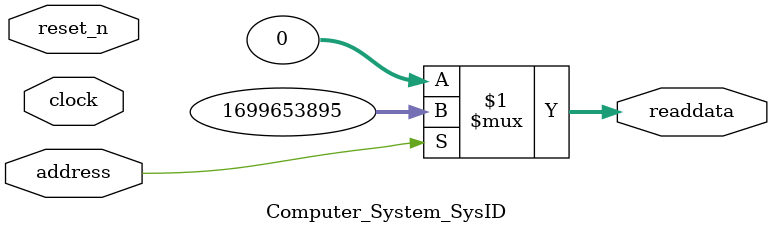
<source format=v>



// synthesis translate_off
`timescale 1ns / 1ps
// synthesis translate_on

// turn off superfluous verilog processor warnings 
// altera message_level Level1 
// altera message_off 10034 10035 10036 10037 10230 10240 10030 

module Computer_System_SysID (
               // inputs:
                address,
                clock,
                reset_n,

               // outputs:
                readdata
             )
;

  output  [ 31: 0] readdata;
  input            address;
  input            clock;
  input            reset_n;

  wire    [ 31: 0] readdata;
  //control_slave, which is an e_avalon_slave
  assign readdata = address ? 1699653895 : 0;

endmodule



</source>
